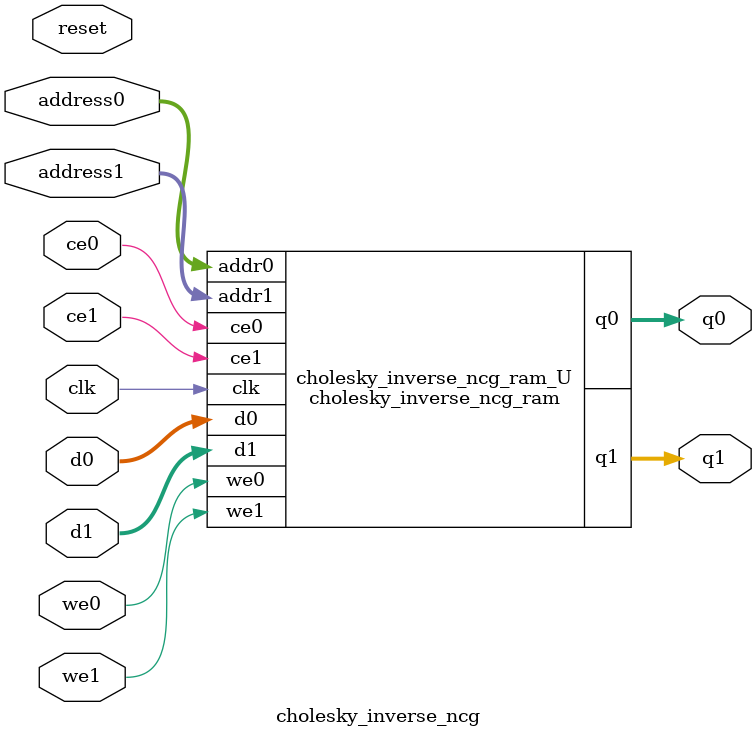
<source format=v>

`timescale 1 ns / 1 ps
module cholesky_inverse_ncg_ram (addr0, ce0, d0, we0, q0, addr1, ce1, d1, we1, q1,  clk);

parameter DWIDTH = 32;
parameter AWIDTH = 4;
parameter MEM_SIZE = 16;

input[AWIDTH-1:0] addr0;
input ce0;
input[DWIDTH-1:0] d0;
input we0;
output reg[DWIDTH-1:0] q0;
input[AWIDTH-1:0] addr1;
input ce1;
input[DWIDTH-1:0] d1;
input we1;
output reg[DWIDTH-1:0] q1;
input clk;

(* ram_style = "block" *)reg [DWIDTH-1:0] ram[0:MEM_SIZE-1];




always @(posedge clk)  
begin 
    if (ce0) 
    begin
        if (we0) 
        begin 
            ram[addr0] <= d0; 
            q0 <= d0;
        end 
        else 
            q0 <= ram[addr0];
    end
end


always @(posedge clk)  
begin 
    if (ce1) 
    begin
        if (we1) 
        begin 
            ram[addr1] <= d1; 
            q1 <= d1;
        end 
        else 
            q1 <= ram[addr1];
    end
end


endmodule


`timescale 1 ns / 1 ps
module cholesky_inverse_ncg(
    reset,
    clk,
    address0,
    ce0,
    we0,
    d0,
    q0,
    address1,
    ce1,
    we1,
    d1,
    q1);

parameter DataWidth = 32'd32;
parameter AddressRange = 32'd16;
parameter AddressWidth = 32'd4;
input reset;
input clk;
input[AddressWidth - 1:0] address0;
input ce0;
input we0;
input[DataWidth - 1:0] d0;
output[DataWidth - 1:0] q0;
input[AddressWidth - 1:0] address1;
input ce1;
input we1;
input[DataWidth - 1:0] d1;
output[DataWidth - 1:0] q1;



cholesky_inverse_ncg_ram cholesky_inverse_ncg_ram_U(
    .clk( clk ),
    .addr0( address0 ),
    .ce0( ce0 ),
    .we0( we0 ),
    .d0( d0 ),
    .q0( q0 ),
    .addr1( address1 ),
    .ce1( ce1 ),
    .we1( we1 ),
    .d1( d1 ),
    .q1( q1 ));

endmodule


</source>
